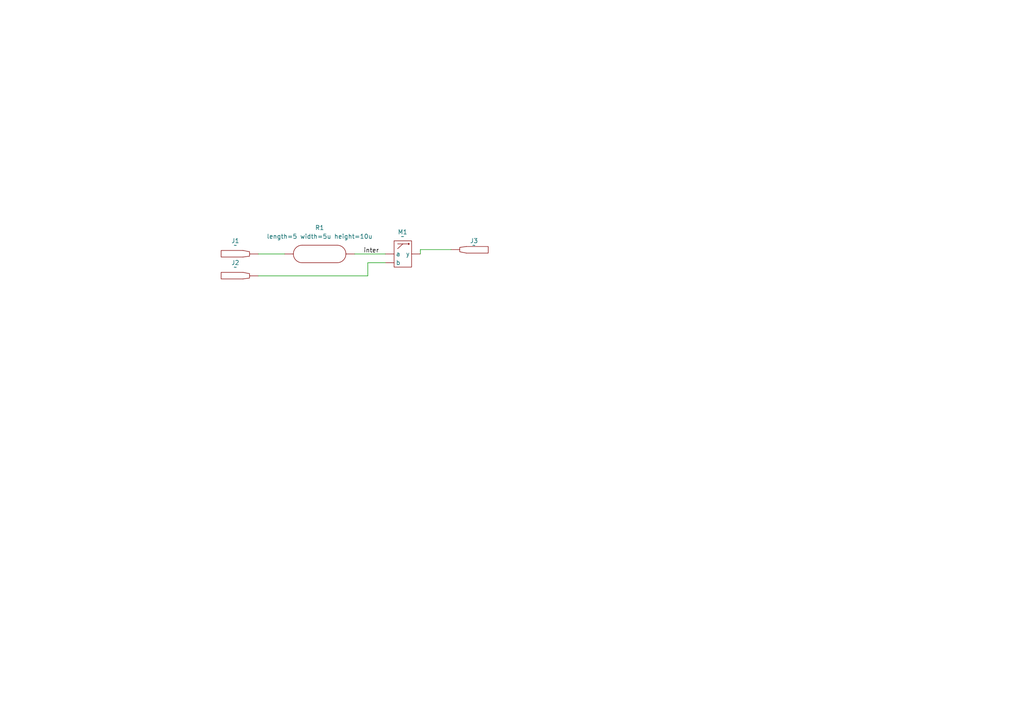
<source format=kicad_sch>
(kicad_sch (version 20231120) (generator "eeschema") (generator_version "8.0")
  (paper "A4")
  (lib_symbols
    (symbol "mfda:chamber" (pin_numbers hide) (pin_names (offset 0) hide)
      (property "Reference" "R" (at -4.445 3.81 0))
      (property "Value" "${SIM.PARAMS}" (at 3.81 3.81 0))
      (symbol "chamber_1_1"
        (arc (start -7.62 0) (mid -6.8756 -1.7956) (end -5.08 -2.54))
        (arc (start -5.08 2.54) (mid -6.8749 1.7949) (end -7.62 0))
        (polyline (pts (xy -5.08 -2.54) (xy 5.08 -2.54)))
        (polyline (pts (xy 5.08 2.54) (xy -5.08 2.54)))
        (arc (start 5.08 -2.54) (mid 6.8754 -1.7954) (end 7.62 0))
        (arc (start 7.62 0) (mid 6.8754 1.7954) (end 5.08 2.54))
        (pin passive line (at -10.16 0 0) (length 2.54) (name "in") (number "1"))
        (pin passive line (at 10.16 0 180) (length 2.54) (name "out") (number "2"))
      )
    )
    (symbol "mfda:mixer_2" (pin_numbers hide)
      (property "Reference" "M" (at -1.651 4.826 0))
      (symbol "mixer_2_0_1"
        (rectangle (start -2.54 3.81) (end 2.54 -3.81))
        (polyline (pts (xy 0 2.921) (xy -1.524 1.524)))
        (polyline (pts (xy -1.524 2.921) (xy 1.905 2.921) (xy 1.651 3.175) (xy 1.651 2.667) (xy 1.905 2.921)))
      )
      (symbol "mixer_2_1_1"
        (pin input line (at -5.08 0 0) (length 2.54) (name "a") (number "1"))
        (pin input line (at -5.08 -2.54 0) (length 2.54) (name "b") (number "2"))
        (pin output line (at 5.08 0 180) (length 2.54) (name "y") (number "3"))
      )
    )
    (symbol "mfda:tube_connector" (pin_numbers hide) (pin_names hide)
      (property "Reference" "J" (at -7.366 0 0))
      (symbol "tube_connector_0_1"
        (polyline (pts (xy -1.905 1.016) (xy -8.255 1.016) (xy -8.255 -0.889) (xy -1.905 -0.889)))
        (polyline (pts (xy -1.905 1.016) (xy 0 0.635) (xy 0 -0.635) (xy -1.905 -0.889)))
      )
      (symbol "tube_connector_1_1"
        (pin passive line (at 2.54 0 180) (length 2.54) (name "connect") (number "1"))
      )
    )
  )
  (wire (pts (xy 121.92 72.39) (xy 121.92 73.66)))
  (wire (pts (xy 106.68 76.2) (xy 111.76 76.2)))
  (wire (pts (xy 130.81 72.39) (xy 121.92 72.39)))
  (wire (pts (xy 74.93 80.01) (xy 106.68 80.01)))
  (wire (pts (xy 74.93 73.66) (xy 82.55 73.66)))
  (wire (pts (xy 106.68 80.01) (xy 106.68 76.2)))
  (wire (pts (xy 102.87 73.66) (xy 111.76 73.66)))
  (label "inter" (at 105.41 73.66 0))
  (symbol (lib_id "mfda:tube_connector") (at 133.35 72.39 180) (unit 1)
    (property "Reference" "J3" (at 137.4775 69.85 0))
    (property "Value" "~" (at 137.4775 71.12 0))
    (property "Footprint" "h.r.3.3:pinhole_325px_0" (effects (hide yes)))
  )
  (symbol (lib_id "mfda:chamber") (at 92.71 73.66 0) (unit 1)
    (property "Reference" "R1" (at 92.71 66.04 0))
    (property "Value" "${SIM.PARAMS}" (at 92.71 68.58 0))
    (property "Footprint" "h.r.3.3:serpentine_50px_0" (effects (hide yes)))
    (property "Sim.Library" "/Users/snelgrov/kicad/verilogA_build/channel_flow.lib" (effects (hide yes)))
    (property "Sim.Name" "channel" (effects (hide yes)))
    (property "Sim.Device" "SUBCKT" (effects (hide yes)))
    (property "Sim.Pins" "1=in 2=out" (effects (hide yes)))
    (property "Sim.Params" "length=5 width=5u height=10u" (effects (hide yes)))
  )
  (symbol (lib_id "mfda:mixer_2") (at 116.84 73.66 0) (unit 1)
    (property "Reference" "M1" (at 116.7765 67.31 0))
    (property "Value" "~" (at 116.7765 68.58 0))
    (property "Footprint" "h.r.3.3:diffmix_25px_0" (effects (hide yes)))
  )
  (symbol (lib_id "mfda:tube_connector") (at 72.39 80.01 0) (unit 1)
    (property "Reference" "J2" (at 68.2625 76.2 0))
    (property "Value" "~" (at 68.2625 77.47 0))
    (property "Footprint" "h.r.3.3:pinhole_325px_0" (effects (hide yes)))
  )
  (symbol (lib_id "mfda:tube_connector") (at 72.39 73.66 0) (unit 1)
    (property "Reference" "J1" (at 68.2625 69.85 0))
    (property "Value" "~" (at 68.2625 71.12 0))
    (property "Footprint" "h.r.3.3:pinhole_325px_0" (effects (hide yes)))
  )
)
</source>
